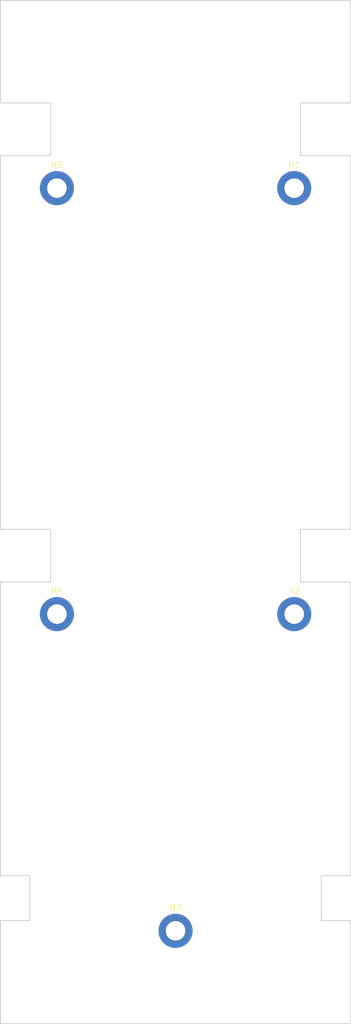
<source format=kicad_pcb>
(kicad_pcb (version 20240108) (generator "pcbnew") (generator_version "8.0")
  (title_block (title "FS-3 Battery Management System Bank Board") (date "2024-09-26") (rev "v1.1"))
  (layers (0 "F.Cu" signal) (31 "B.Cu" signal) (34 "B.Paste" user) (35 "F.Paste" user) (36 "B.SilkS" user "B.Silkscreen") (37 "F.SilkS" user "F.Silkscreen") (38 "B.Mask" user) (39 "F.Mask" user) (44 "Edge.Cuts" user))
  (net 0 "")
  (net 1 "Net-(F3-Pad2)")
  (net 2 "Net-(F4-Pad2)")
  (net 3 "Net-(F5-Pad2)")
  (net 4 "Net-(F6-Pad2)")
  (net 5 "Net-(F7-Pad2)")
  (footprint "MountingHole:MountingHole_3.2mm_M3_DIN965_Pad" (layer "F.Cu") (at 73.59 125.955)
    (property "Reference" "H2" (at 0 -3.8 0) (layer "F.SilkS"))
    (property "Value" "MountingHole_Pad")
    (pad "1" thru_hole circle (at 0 0) (size 5.6 5.6) (drill 3.2) (layers "*.Cu" "*.Mask") (net 4 "Net-(F6-Pad2)"))
  )
  (footprint "MountingHole:MountingHole_3.2mm_M3_DIN965_Pad" (layer "F.Cu") (at 34.66 56.155)
    (property "Reference" "H5" (at 0 -3.8 0) (layer "F.SilkS"))
    (property "Value" "MountingHole_Pad")
    (pad "1" thru_hole circle (at 0 0) (size 5.6 5.6) (drill 3.2) (layers "*.Cu" "*.Mask") (net 1 "Net-(F3-Pad2)"))
  )
  (footprint "MountingHole:MountingHole_3.2mm_M3_DIN965_Pad" (layer "F.Cu") (at 73.59 56.155)
    (property "Reference" "H1" (at 0 -3.8 0) (layer "F.SilkS"))
    (property "Value" "MountingHole_Pad")
    (pad "1" thru_hole circle (at 0 0) (size 5.6 5.6) (drill 3.2) (layers "*.Cu" "*.Mask") (net 5 "Net-(F7-Pad2)"))
  )
  (footprint "MountingHole:MountingHole_3.2mm_M3_DIN965_Pad" (layer "F.Cu") (at 54.125 177.855)
    (property "Reference" "H3" (at 0 -3.8 0) (layer "F.SilkS"))
    (property "Value" "MountingHole_Pad")
    (pad "1" thru_hole circle (at 0 0) (size 5.6 5.6) (drill 3.2) (layers "*.Cu" "*.Mask") (net 3 "Net-(F5-Pad2)"))
  )
  (footprint "MountingHole:MountingHole_3.2mm_M3_DIN965_Pad" (layer "F.Cu") (at 34.66 125.955)
    (property "Reference" "H4" (at 0 -3.8 0) (layer "F.SilkS"))
    (property "Value" "MountingHole_Pad")
    (pad "1" thru_hole circle (at 0 0) (size 5.6 5.6) (drill 3.2) (layers "*.Cu" "*.Mask") (net 2 "Net-(F4-Pad2)"))
  )
  (gr_line (start 82.85 176.172) (end 78.029 176.172) (stroke (width 0.15)) (layer "Edge.Cuts"))
  (gr_line (start 82.85 168.815) (end 82.85 120.702) (stroke (width 0.15)) (layer "Edge.Cuts"))
  (gr_line (start 25.4 42.19) (end 25.4 25.4) (stroke (width 0.15)) (layer "Edge.Cuts"))
  (gr_line (start 25.4 176.172) (end 30.221 176.172) (stroke (width 0.15)) (layer "Edge.Cuts"))
  (gr_line (start 25.4 120.702) (end 33.63 120.702) (stroke (width 0.15)) (layer "Edge.Cuts"))
  (gr_line (start 30.221 168.815) (end 25.4 168.815) (stroke (width 0.15)) (layer "Edge.Cuts"))
  (gr_line (start 33.63 120.702) (end 33.63 112.066) (stroke (width 0.15)) (layer "Edge.Cuts"))
  (gr_line (start 82.85 193.065) (end 82.85 176.172) (stroke (width 0.15)) (layer "Edge.Cuts"))
  (gr_line (start 25.4 25.4) (end 82.85 25.4) (stroke (width 0.15)) (layer "Edge.Cuts"))
  (gr_line (start 74.62 120.702) (end 74.62 112.066) (stroke (width 0.15)) (layer "Edge.Cuts"))
  (gr_line (start 74.62 42.19) (end 82.85 42.19) (stroke (width 0.15)) (layer "Edge.Cuts"))
  (gr_line (start 25.4 50.826045) (end 33.63 50.826) (stroke (width 0.15)) (layer "Edge.Cuts"))
  (gr_line (start 30.221 176.172) (end 30.221 168.815) (stroke (width 0.15)) (layer "Edge.Cuts"))
  (gr_line (start 82.85 42.19) (end 82.85 25.4) (stroke (width 0.15)) (layer "Edge.Cuts"))
  (gr_line (start 82.85 193.065) (end 25.4 193.065) (stroke (width 0.15)) (layer "Edge.Cuts"))
  (gr_line (start 25.4 193.065) (end 25.4 176.172) (stroke (width 0.15)) (layer "Edge.Cuts"))
  (gr_line (start 82.85 120.702) (end 74.62 120.702) (stroke (width 0.15)) (layer "Edge.Cuts"))
  (gr_line (start 33.63 112.066) (end 25.4 112.066) (stroke (width 0.15)) (layer "Edge.Cuts"))
  (gr_line (start 82.85 50.826) (end 74.62 50.826) (stroke (width 0.15)) (layer "Edge.Cuts"))
  (gr_line (start 25.4 168.815) (end 25.4 120.702) (stroke (width 0.15)) (layer "Edge.Cuts"))
  (gr_line (start 33.63 50.826) (end 33.63 42.19) (stroke (width 0.15)) (layer "Edge.Cuts"))
  (gr_line (start 78.029 168.815) (end 82.85 168.815) (stroke (width 0.15)) (layer "Edge.Cuts"))
  (gr_line (start 82.85 112.066) (end 82.85 50.826) (stroke (width 0.15)) (layer "Edge.Cuts"))
  (gr_line (start 78.029 176.172) (end 78.029 168.815) (stroke (width 0.15)) (layer "Edge.Cuts"))
  (gr_line (start 33.63 42.19) (end 25.4 42.19) (stroke (width 0.15)) (layer "Edge.Cuts"))
  (gr_line (start 25.4 112.066) (end 25.4 50.826) (stroke (width 0.15)) (layer "Edge.Cuts"))
  (gr_line (start 74.62 50.826) (end 74.62 42.19) (stroke (width 0.15)) (layer "Edge.Cuts"))
  (gr_line (start 74.62 112.066) (end 82.85 112.066) (stroke (width 0.15)) (layer "Edge.Cuts"))
)
</source>
